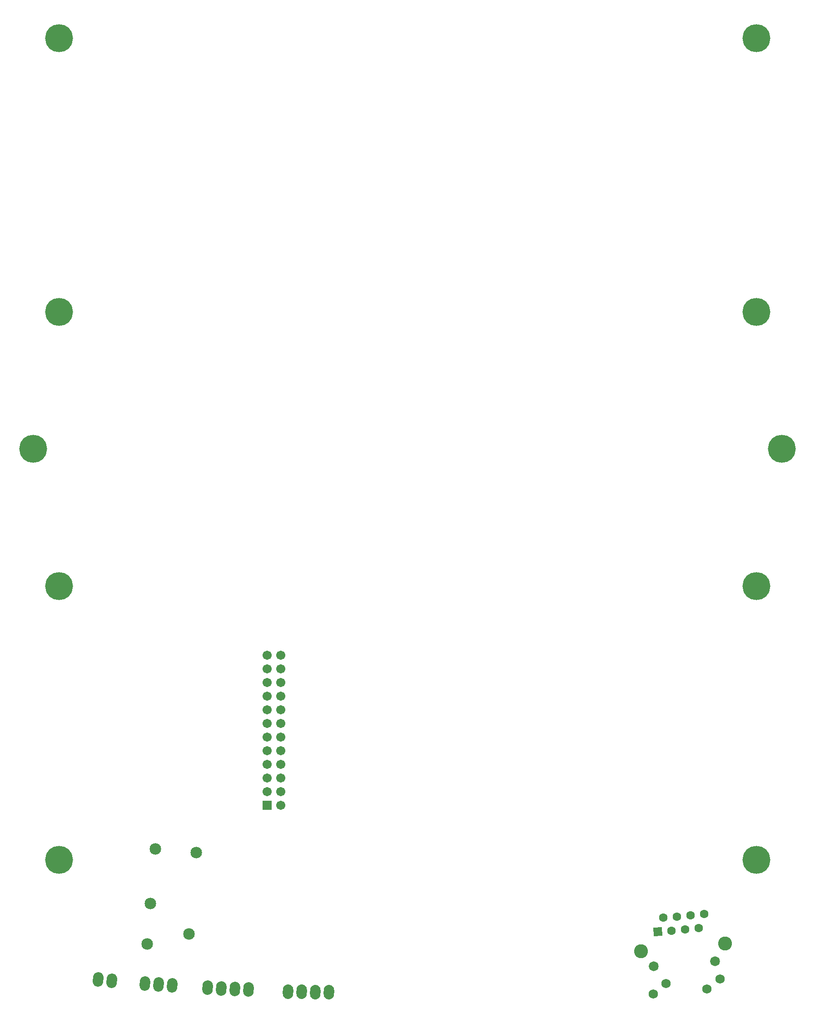
<source format=gbs>
G04*
G04 #@! TF.GenerationSoftware,Altium Limited,Altium Designer,19.0.11 (319)*
G04*
G04 Layer_Color=16711935*
%FSLAX44Y44*%
%MOMM*%
G71*
G01*
G75*
%ADD96C,1.7032*%
%ADD97R,1.7032X1.7032*%
%ADD98C,1.8282*%
%ADD99C,2.6032*%
%ADD100C,1.7332*%
%ADD101C,1.6032*%
%ADD102P,2.2673X4X50.0*%
%ADD103C,2.1532*%
G04:AMPARAMS|DCode=104|XSize=1.9532mm|YSize=2.7032mm|CornerRadius=0mm|HoleSize=0mm|Usage=FLASHONLY|Rotation=178.800|XOffset=0mm|YOffset=0mm|HoleType=Round|Shape=Round|*
%AMOVALD104*
21,1,0.7500,1.9532,0.0000,0.0000,268.8*
1,1,1.9532,0.0079,0.3749*
1,1,1.9532,-0.0079,-0.3749*
%
%ADD104OVALD104*%

%ADD105C,5.2032*%
G04:AMPARAMS|DCode=106|XSize=1.9532mm|YSize=2.7032mm|CornerRadius=0mm|HoleSize=0mm|Usage=FLASHONLY|Rotation=176.000|XOffset=0mm|YOffset=0mm|HoleType=Round|Shape=Round|*
%AMOVALD106*
21,1,0.7500,1.9532,0.0000,0.0000,266.0*
1,1,1.9532,0.0262,0.3741*
1,1,1.9532,-0.0262,-0.3741*
%
%ADD106OVALD106*%

G04:AMPARAMS|DCode=107|XSize=1.9532mm|YSize=2.7032mm|CornerRadius=0mm|HoleSize=0mm|Usage=FLASHONLY|Rotation=175.000|XOffset=0mm|YOffset=0mm|HoleType=Round|Shape=Round|*
%AMOVALD107*
21,1,0.7500,1.9532,0.0000,0.0000,265.0*
1,1,1.9532,0.0327,0.3736*
1,1,1.9532,-0.0327,-0.3736*
%
%ADD107OVALD107*%

G04:AMPARAMS|DCode=108|XSize=1.9532mm|YSize=2.7032mm|CornerRadius=0mm|HoleSize=0mm|Usage=FLASHONLY|Rotation=177.300|XOffset=0mm|YOffset=0mm|HoleType=Round|Shape=Round|*
%AMOVALD108*
21,1,0.7500,1.9532,0.0000,0.0000,267.3*
1,1,1.9532,0.0177,0.3746*
1,1,1.9532,-0.0177,-0.3746*
%
%ADD108OVALD108*%

D96*
X-228300Y40200D02*
D03*
Y14800D02*
D03*
Y-10600D02*
D03*
Y-36000D02*
D03*
Y-61400D02*
D03*
Y-86800D02*
D03*
Y-112200D02*
D03*
Y-137600D02*
D03*
Y-163000D02*
D03*
Y-188400D02*
D03*
Y-213550D02*
D03*
Y-239200D02*
D03*
X-253700Y-86800D02*
D03*
Y-61400D02*
D03*
Y-36000D02*
D03*
Y-10600D02*
D03*
Y40200D02*
D03*
Y14800D02*
D03*
Y-213800D02*
D03*
Y-188400D02*
D03*
Y-163000D02*
D03*
Y-137600D02*
D03*
Y-112200D02*
D03*
D97*
Y-239200D02*
D03*
D98*
X580645Y-529223D02*
D03*
X466780Y-539185D02*
D03*
D99*
X599505Y-496956D02*
D03*
X442604Y-510683D02*
D03*
D100*
X589668Y-562363D02*
D03*
X565846Y-581512D02*
D03*
X488953Y-571174D02*
D03*
X465131Y-590323D02*
D03*
D101*
X560246Y-441768D02*
D03*
X549808Y-468178D02*
D03*
X534942Y-443982D02*
D03*
X524504Y-470392D02*
D03*
X509639Y-446196D02*
D03*
X499201Y-472606D02*
D03*
X484336Y-448409D02*
D03*
D102*
X473898Y-474819D02*
D03*
D103*
X-386544Y-327218D02*
D03*
X-399826Y-479038D02*
D03*
X-477950Y-497700D02*
D03*
X-471309Y-421790D02*
D03*
X-462454Y-320577D02*
D03*
D104*
X-214792Y-585902D02*
D03*
X-138608Y-587498D02*
D03*
X-164003Y-586966D02*
D03*
X-189397Y-586434D02*
D03*
D105*
X657740Y-340740D02*
D03*
X705240Y424260D02*
D03*
X657740Y169260D02*
D03*
Y679260D02*
D03*
Y1189260D02*
D03*
X-642260D02*
D03*
Y679260D02*
D03*
X-689760Y424260D02*
D03*
X-642260Y169260D02*
D03*
Y-340740D02*
D03*
D106*
X-482038Y-571178D02*
D03*
X-456700Y-572950D02*
D03*
X-431362Y-574722D02*
D03*
D107*
X-544048Y-566057D02*
D03*
X-569352Y-563843D02*
D03*
D108*
X-364758Y-578905D02*
D03*
X-288642Y-582495D02*
D03*
X-314014Y-581298D02*
D03*
X-339386Y-580102D02*
D03*
M02*

</source>
